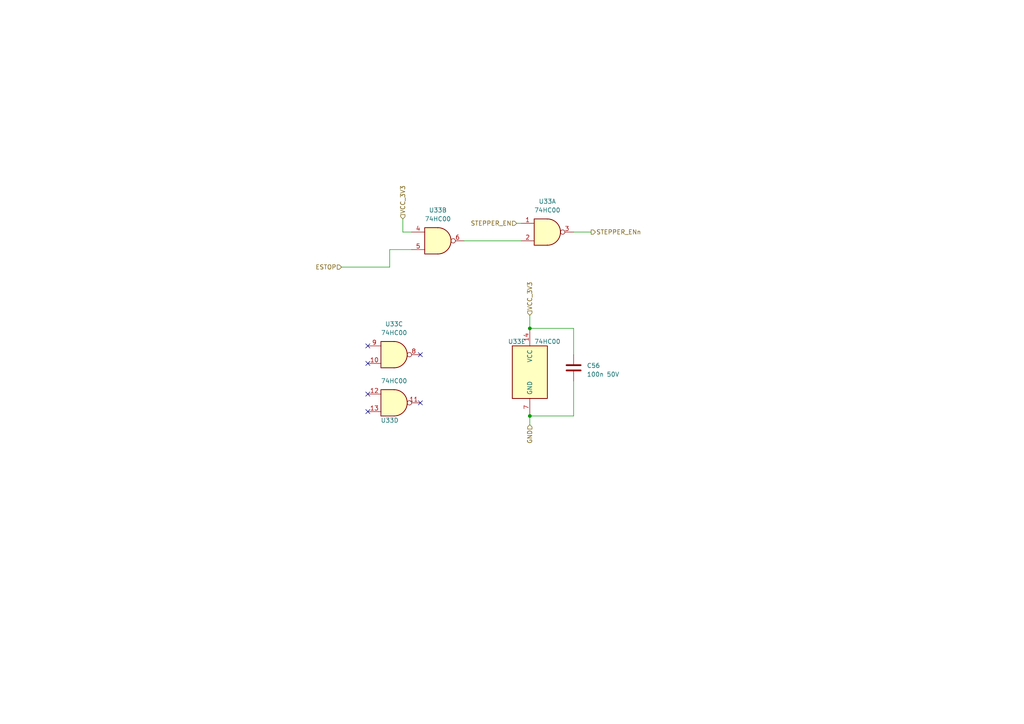
<source format=kicad_sch>
(kicad_sch (version 20211123) (generator eeschema)
  (paper "A4")
  (lib_symbols
    (symbol "74xx:74HC00" (pin_names (offset 1.016))
      (property "Reference" "U" (at 0 1.27 0))
      (property "Value" "74HC00" (at 0 -1.27 0))
      (symbol "74HC00_1_1"
        (arc (start 0 -3.81) (mid 3.81 0) (end 0 3.81) (stroke (width 0.254)) (fill (type background)))
        (polyline (pts (xy 0 3.81) (xy -3.81 3.81) (xy -3.81 -3.81) (xy 0 -3.81)) (stroke (width 0.254)) (fill (type background)))
        (pin input line (at -7.62 2.54 0) (length 3.81) (name "~") (number "1"))
        (pin input line (at -7.62 -2.54 0) (length 3.81) (name "~") (number "2"))
        (pin output inverted (at 7.62 0 180) (length 3.81) (name "~") (number "3"))
      )
      (symbol "74HC00_1_2"
        (arc (start -3.81 -3.81) (mid -2.589 0) (end -3.81 3.81) (stroke (width 0.254)))
        (arc (start -0.6096 -3.81) (mid 2.1855 -2.584) (end 3.81 0) (stroke (width 0.254)) (fill (type background)))
        (polyline (pts (xy -3.81 -3.81) (xy -0.635 -3.81)) (stroke (width 0.254)) (fill (type background)))
        (polyline (pts (xy -3.81 3.81) (xy -0.635 3.81)) (stroke (width 0.254)) (fill (type background)))
        (polyline (pts (xy -0.635 3.81) (xy -3.81 3.81) (xy -3.81 3.81) (xy -3.556 3.4036) (xy -3.0226 2.2606) (xy -2.6924 1.0414) (xy -2.6162 -0.254) (xy -2.7686 -1.4986) (xy -3.175 -2.7178) (xy -3.81 -3.81) (xy -3.81 -3.81) (xy -0.635 -3.81)) (stroke (width -25.4)) (fill (type background)))
        (arc (start 3.81 0) (mid 2.1928 2.5925) (end -0.6096 3.81) (stroke (width 0.254)) (fill (type background)))
        (pin input inverted (at -7.62 2.54 0) (length 4.318) (name "~") (number "1"))
        (pin input inverted (at -7.62 -2.54 0) (length 4.318) (name "~") (number "2"))
        (pin output line (at 7.62 0 180) (length 3.81) (name "~") (number "3"))
      )
      (symbol "74HC00_2_1"
        (arc (start 0 -3.81) (mid 3.81 0) (end 0 3.81) (stroke (width 0.254)) (fill (type background)))
        (polyline (pts (xy 0 3.81) (xy -3.81 3.81) (xy -3.81 -3.81) (xy 0 -3.81)) (stroke (width 0.254)) (fill (type background)))
        (pin input line (at -7.62 2.54 0) (length 3.81) (name "~") (number "4"))
        (pin input line (at -7.62 -2.54 0) (length 3.81) (name "~") (number "5"))
        (pin output inverted (at 7.62 0 180) (length 3.81) (name "~") (number "6"))
      )
      (symbol "74HC00_2_2"
        (arc (start -3.81 -3.81) (mid -2.589 0) (end -3.81 3.81) (stroke (width 0.254)))
        (arc (start -0.6096 -3.81) (mid 2.1855 -2.584) (end 3.81 0) (stroke (width 0.254)) (fill (type background)))
        (polyline (pts (xy -3.81 -3.81) (xy -0.635 -3.81)) (stroke (width 0.254)) (fill (type background)))
        (polyline (pts (xy -3.81 3.81) (xy -0.635 3.81)) (stroke (width 0.254)) (fill (type background)))
        (polyline (pts (xy -0.635 3.81) (xy -3.81 3.81) (xy -3.81 3.81) (xy -3.556 3.4036) (xy -3.0226 2.2606) (xy -2.6924 1.0414) (xy -2.6162 -0.254) (xy -2.7686 -1.4986) (xy -3.175 -2.7178) (xy -3.81 -3.81) (xy -3.81 -3.81) (xy -0.635 -3.81)) (stroke (width -25.4)) (fill (type background)))
        (arc (start 3.81 0) (mid 2.1928 2.5925) (end -0.6096 3.81) (stroke (width 0.254)) (fill (type background)))
        (pin input inverted (at -7.62 2.54 0) (length 4.318) (name "~") (number "4"))
        (pin input inverted (at -7.62 -2.54 0) (length 4.318) (name "~") (number "5"))
        (pin output line (at 7.62 0 180) (length 3.81) (name "~") (number "6"))
      )
      (symbol "74HC00_3_1"
        (arc (start 0 -3.81) (mid 3.81 0) (end 0 3.81) (stroke (width 0.254)) (fill (type background)))
        (polyline (pts (xy 0 3.81) (xy -3.81 3.81) (xy -3.81 -3.81) (xy 0 -3.81)) (stroke (width 0.254)) (fill (type background)))
        (pin input line (at -7.62 -2.54 0) (length 3.81) (name "~") (number "10"))
        (pin output inverted (at 7.62 0 180) (length 3.81) (name "~") (number "8"))
        (pin input line (at -7.62 2.54 0) (length 3.81) (name "~") (number "9"))
      )
      (symbol "74HC00_3_2"
        (arc (start -3.81 -3.81) (mid -2.589 0) (end -3.81 3.81) (stroke (width 0.254)))
        (arc (start -0.6096 -3.81) (mid 2.1855 -2.584) (end 3.81 0) (stroke (width 0.254)) (fill (type background)))
        (polyline (pts (xy -3.81 -3.81) (xy -0.635 -3.81)) (stroke (width 0.254)) (fill (type background)))
        (polyline (pts (xy -3.81 3.81) (xy -0.635 3.81)) (stroke (width 0.254)) (fill (type background)))
        (polyline (pts (xy -0.635 3.81) (xy -3.81 3.81) (xy -3.81 3.81) (xy -3.556 3.4036) (xy -3.0226 2.2606) (xy -2.6924 1.0414) (xy -2.6162 -0.254) (xy -2.7686 -1.4986) (xy -3.175 -2.7178) (xy -3.81 -3.81) (xy -3.81 -3.81) (xy -0.635 -3.81)) (stroke (width -25.4)) (fill (type background)))
        (arc (start 3.81 0) (mid 2.1928 2.5925) (end -0.6096 3.81) (stroke (width 0.254)) (fill (type background)))
        (pin input inverted (at -7.62 -2.54 0) (length 4.318) (name "~") (number "10"))
        (pin output line (at 7.62 0 180) (length 3.81) (name "~") (number "8"))
        (pin input inverted (at -7.62 2.54 0) (length 4.318) (name "~") (number "9"))
      )
      (symbol "74HC00_4_1"
        (arc (start 0 -3.81) (mid 3.81 0) (end 0 3.81) (stroke (width 0.254)) (fill (type background)))
        (polyline (pts (xy 0 3.81) (xy -3.81 3.81) (xy -3.81 -3.81) (xy 0 -3.81)) (stroke (width 0.254)) (fill (type background)))
        (pin output inverted (at 7.62 0 180) (length 3.81) (name "~") (number "11"))
        (pin input line (at -7.62 2.54 0) (length 3.81) (name "~") (number "12"))
        (pin input line (at -7.62 -2.54 0) (length 3.81) (name "~") (number "13"))
      )
      (symbol "74HC00_4_2"
        (arc (start -3.81 -3.81) (mid -2.589 0) (end -3.81 3.81) (stroke (width 0.254)))
        (arc (start -0.6096 -3.81) (mid 2.1855 -2.584) (end 3.81 0) (stroke (width 0.254)) (fill (type background)))
        (polyline (pts (xy -3.81 -3.81) (xy -0.635 -3.81)) (stroke (width 0.254)) (fill (type background)))
        (polyline (pts (xy -3.81 3.81) (xy -0.635 3.81)) (stroke (width 0.254)) (fill (type background)))
        (polyline (pts (xy -0.635 3.81) (xy -3.81 3.81) (xy -3.81 3.81) (xy -3.556 3.4036) (xy -3.0226 2.2606) (xy -2.6924 1.0414) (xy -2.6162 -0.254) (xy -2.7686 -1.4986) (xy -3.175 -2.7178) (xy -3.81 -3.81) (xy -3.81 -3.81) (xy -0.635 -3.81)) (stroke (width -25.4)) (fill (type background)))
        (arc (start 3.81 0) (mid 2.1928 2.5925) (end -0.6096 3.81) (stroke (width 0.254)) (fill (type background)))
        (pin output line (at 7.62 0 180) (length 3.81) (name "~") (number "11"))
        (pin input inverted (at -7.62 2.54 0) (length 4.318) (name "~") (number "12"))
        (pin input inverted (at -7.62 -2.54 0) (length 4.318) (name "~") (number "13"))
      )
      (symbol "74HC00_5_0"
        (pin power_in line (at 0 12.7 270) (length 5.08) (name "VCC") (number "14"))
        (pin power_in line (at 0 -12.7 90) (length 5.08) (name "GND") (number "7"))
      )
      (symbol "74HC00_5_1"
        (rectangle (start -5.08 7.62) (end 5.08 -7.62) (stroke (width 0.254)) (fill (type background)))
      )
    )
    (symbol "Device:C" (pin_numbers hide) (pin_names (offset 0.254))
      (property "Reference" "C" (at 0.635 2.54 0))
      (property "Value" "C" (at 0.635 -2.54 0))
      (symbol "C_0_1"
        (polyline (pts (xy -2.032 -0.762) (xy 2.032 -0.762)) (stroke (width 0.508)))
        (polyline (pts (xy -2.032 0.762) (xy 2.032 0.762)) (stroke (width 0.508)))
      )
      (symbol "C_1_1"
        (pin passive line (at 0 3.81 270) (length 2.794) (name "~") (number "1"))
        (pin passive line (at 0 -3.81 90) (length 2.794) (name "~") (number "2"))
      )
    )
  )
  (junction (at 153.67 95.25))
  (junction (at 153.67 120.65))
  (no_connect (at 121.92 102.87))
  (no_connect (at 121.92 116.84))
  (no_connect (at 106.68 100.33))
  (no_connect (at 106.68 105.41))
  (no_connect (at 106.68 114.3))
  (no_connect (at 106.68 119.38))
  (wire (pts (xy 166.37 95.25) (xy 166.37 102.87)))
  (wire (pts (xy 113.03 72.39) (xy 113.03 77.47)))
  (wire (pts (xy 116.84 63.5) (xy 116.84 67.31)))
  (wire (pts (xy 166.37 110.49) (xy 166.37 120.65)))
  (wire (pts (xy 166.37 95.25) (xy 153.67 95.25)))
  (wire (pts (xy 119.38 72.39) (xy 113.03 72.39)))
  (wire (pts (xy 153.67 91.44) (xy 153.67 95.25)))
  (wire (pts (xy 116.84 67.31) (xy 119.38 67.31)))
  (wire (pts (xy 166.37 120.65) (xy 153.67 120.65)))
  (wire (pts (xy 134.62 69.85) (xy 151.13 69.85)))
  (wire (pts (xy 149.86 64.77) (xy 151.13 64.77)))
  (wire (pts (xy 99.06 77.47) (xy 113.03 77.47)))
  (wire (pts (xy 166.37 67.31) (xy 171.45 67.31)))
  (wire (pts (xy 153.67 120.65) (xy 153.67 123.19)))
  (hierarchical_label "VCC_3V3" (shape input) (at 153.67 91.44 90))
  (hierarchical_label "STEPPER_ENn" (shape output) (at 171.45 67.31 0))
  (hierarchical_label "VCC_3V3" (shape input) (at 116.84 63.5 90))
  (hierarchical_label "ESTOP" (shape input) (at 99.06 77.47 180))
  (hierarchical_label "STEPPER_EN" (shape input) (at 149.86 64.77 180))
  (hierarchical_label "GND" (shape input) (at 153.67 123.19 270))
  (symbol (lib_id "74xx:74HC00") (at 114.3 102.87 0) (unit 3)
    (property "Reference" "U33" (at 114.3 93.98 0))
    (property "Value" "74HC00" (at 114.3 96.52 0))
    (property "Datasheet" "http://www.ti.com/lit/gpn/sn74hc00" (effects hide))
  )
  (symbol (lib_id "74xx:74HC00") (at 153.67 107.95 0) (unit 5)
    (property "Reference" "U33" (at 147.32 99.06 0) (effects (justify left)))
    (property "Value" "74HC00" (at 154.94 99.06 0) (effects (justify left)))
    (property "Datasheet" "http://www.ti.com/lit/gpn/sn74hc00" (effects hide))
  )
  (symbol (lib_id "74xx:74HC00") (at 158.75 67.31 0) (unit 1)
    (property "Reference" "U33" (at 158.75 58.42 0))
    (property "Value" "74HC00" (at 158.75 60.96 0))
    (property "Footprint" "Package_SO:SOIC-14_3.9x8.7mm_P1.27mm" (effects hide))
    (property "Datasheet" "http://www.ti.com/lit/gpn/sn74hc00" (effects hide))
  )
  (symbol (lib_id "Device:C") (at 166.37 106.68 0) (unit 1)
    (property "Reference" "C56" (at 170.18 106.0449 0) (effects (justify left)))
    (property "Value" "100n 50V" (at 170.18 108.5849 0) (effects (justify left)))
    (property "Footprint" "Capacitor_SMD:C_0402_1005Metric" (effects hide))
    (property "LCSC" "C307331" (effects hide))
  )
  (symbol (lib_id "74xx:74HC00") (at 127 69.85 0) (unit 2)
    (property "Reference" "U33" (at 127 60.96 0))
    (property "Value" "74HC00" (at 127 63.5 0))
    (property "Datasheet" "http://www.ti.com/lit/gpn/sn74hc00" (effects hide))
  )
  (symbol (lib_id "74xx:74HC00") (at 114.3 116.84 0) (unit 4)
    (property "Reference" "U33" (at 113.03 121.92 0))
    (property "Value" "74HC00" (at 114.3 110.49 0))
    (property "Datasheet" "http://www.ti.com/lit/gpn/sn74hc00" (effects hide))
  )
)
</source>
